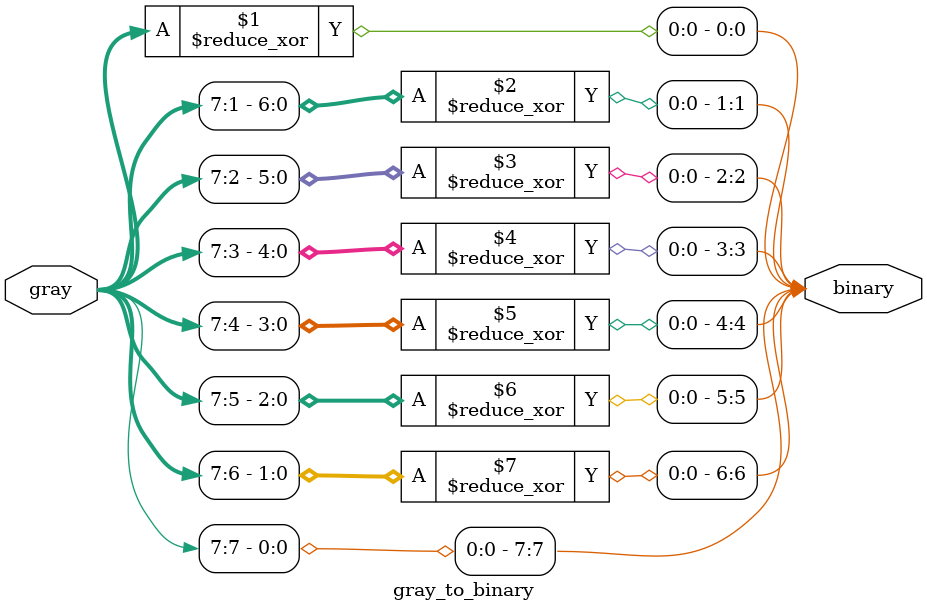
<source format=v>
/****************************************************
Developer    : Devang vekariya
Module       : binary to gray code converter 
Institute    : NIT Kurukshetra
Date created : 02/10/2023
********************************************************/


//  module definition of B2G converter
module gray_to_binary(gray,binary);
  
  // parameter definition 
parameter size = 8 ;
  
  // input & output port declarations
  input [size-1 : 0]gray ;          // gray input 
  output [size-1 : 0] binary ; 
  
  
  
  // used genvar loop
  //The syntax for a generate loop is similar to that of a for loop statement.
 genvar i;
 
    for (i= 0 ; i <= size-1 ; i= i+1 )
      begin 
        assign binary[i] =  ^ gray [size-1 : i] ; // bitwise xor operator 
        // e.g. binary[0] = gray[3] ^ gray[2] ^ gray[1] ^ gray[0];
        //      binary[1] = gray[3] ^ gray[2] ^ gray[1];
        //      binary[2] = gray[3] ^ gray[2];
        //      binary[3] = gray[3];
      end

  
  
endmodule 

</source>
